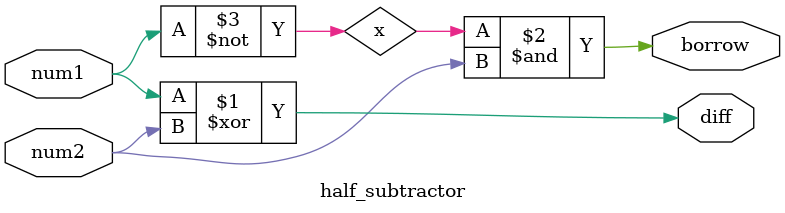
<source format=v>
module half_subtractor(num1,num2,diff,borrow);

	input num1,num2;
	output diff,borrow;
	wire x;
	
	xor g1(diff,num1,num2);
	not g2(x,num1);
	and g3(borrow,x,num2);
	
endmodule

</source>
